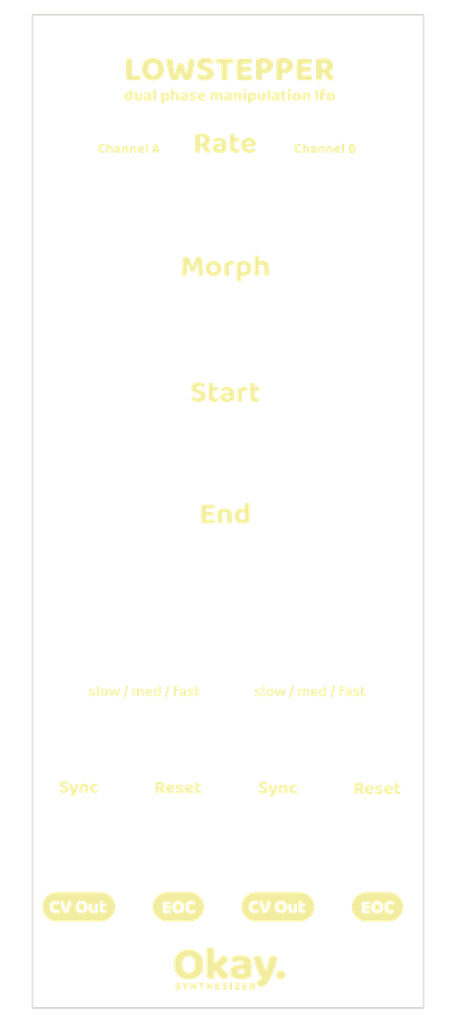
<source format=kicad_pcb>
(kicad_pcb (version 20211014) (generator pcbnew)
  (layers (0 "F.Cu" signal) (1 "In1.Cu" signal) (2 "In2.Cu" power) (31 "B.Cu" signal) (34 "B.Paste" user) (35 "F.Paste" user) (36 "B.SilkS" user "B.Silkscreen") (37 "F.SilkS" user "F.Silkscreen") (38 "B.Mask" user) (39 "F.Mask" user) (44 "Edge.Cuts" user))
  (net 0 "")
  (footprint "lowstepper_internal_footprint_lib:MountingHole_THONK_JACK" (layer "F.Cu") (at 159.8168 322.116)
    (fp_text reference "REF**")
    (fp_text value "MountingHole_THONK_JACK")
    (pad "" np_thru_hole circle locked (at 0 0) (size 6.2 6.2) (drill 6.2) (layers F&B.Cu *.Mask))
  )
  (footprint "PANELGRAPHICS:lowstepper eoc" (layer "F.Cu") (at 184.223837 364.695427)
    (fp_text reference "G***" hide)
    (fp_text value "LOGO" hide)
  )
  (footprint "lowstepper_internal_footprint_lib:MountingHole_THONK_JACK" (layer "F.Cu") (at 170.3832 306.2918)
    (fp_text reference "REF**")
    (fp_text value "MountingHole_THONK_JACK")
    (pad "" np_thru_hole circle locked (at 0 0) (size 6.2 6.2) (drill 6.2) (layers F&B.Cu *.Mask))
  )
  (footprint "MountingHole:MountingHole_3.2mm_M3" (layer "F.Cu") (at 145.4928 253.31)
    (fp_text reference "REF**")
    (fp_text value "MountingHole_3.2mm_M3")
    (pad "" np_thru_hole oval locked (at 0 0) (size 8 3.3) (drill oval 8 3.3) (layers F&B.Cu *.Mask))
  )
  (footprint "PANELGRAPHICS:lowstepper cv out" (layer "F.Cu") (at 145.694913 364.853333)
    (fp_text reference "G***" hide)
    (fp_text value "LOGO" hide)
  )
  (footprint "lowstepper_internal_footprint_lib:MountingHole_ALPHAPOT" (layer "F.Cu") (at 182.88 275.507)
    (fp_text reference "REF**")
    (fp_text value "MountingHole_ALPHAPOT")
    (pad "" np_thru_hole circle locked (at 0 0) (size 7.2 7.2) (drill 7.2) (layers F&B.Cu *.Mask))
  )
  (footprint "PANELGRAPHICS:lowstepper reset" (layer "F.Cu") (at 184.175504 349.978759)
    (fp_text reference "G***" hide)
    (fp_text value "LOGO" hide)
  )
  (footprint "lowstepper_internal_footprint_lib:MountingHole_ALPHAPOT" (layer "F.Cu") (at 182.88 323.005)
    (fp_text reference "REF**")
    (fp_text value "MountingHole_ALPHAPOT")
    (pad "" np_thru_hole circle locked (at 0 0) (size 7.2 7.2) (drill 7.2) (layers F&B.Cu *.Mask))
  )
  (footprint "PANELGRAPHICS:lowstepper logo" (layer "F.Cu") (at 165.6 258.623413)
    (fp_text reference "G***" hide)
    (fp_text value "LOGO" hide)
  )
  (footprint "lowstepper_internal_footprint_lib:MountingHole_THONK_JACK" (layer "F.Cu") (at 184.5056 357.6506)
    (fp_text reference "EOC" hide)
    (fp_text value "MountingHole_THONK_JACK")
    (pad "" np_thru_hole circle locked (at 0 0) (size 6.2 6.2) (drill 6.2) (layers F&B.Cu *.Mask))
  )
  (footprint "lowstepper_internal_footprint_lib:MountingHole_THONK_JACK" (layer "F.Cu") (at 159.8422 274.618)
    (fp_text reference "REF**")
    (fp_text value "MountingHole_THONK_JACK")
    (pad "" np_thru_hole circle locked (at 0 0) (size 6.2 6.2) (drill 6.2) (layers F&B.Cu *.Mask))
  )
  (footprint "lowstepper_internal_footprint_lib:MountingHole_THONK_JACK" (layer "F.Cu") (at 158.8008 357.6506)
    (fp_text reference "END OF CYCLE" hide)
    (fp_text value "MountingHole_THONK_JACK")
    (pad "" np_thru_hole circle locked (at 0 0) (size 6.2 6.2) (drill 6.2) (layers F&B.Cu *.Mask))
  )
  (footprint "PANELGRAPHICS:lowstepper reset" (layer "F.Cu") (at 158.445304 349.878759)
    (fp_text reference "G***" hide)
    (fp_text value "LOGO" hide)
  )
  (footprint "MountingHole:MountingHole_3.2mm_M3" (layer "F.Cu") (at 145.5928 375.4814)
    (fp_text reference "REF**")
    (fp_text value "MountingHole_3.2mm_M3")
    (pad "" np_thru_hole oval locked (at 0 0) (size 8 3.3) (drill oval 8 3.3) (layers F&B.Cu *.Mask))
  )
  (footprint "lowstepper_internal_footprint_lib:MountingHole_ALPHAPOT" (layer "F.Cu") (at 147.32 291.262)
    (fp_text reference "REF**")
    (fp_text value "MountingHole_ALPHAPOT")
    (pad "" np_thru_hole circle locked (at 0 0) (size 7.2 7.2) (drill 7.2) (layers F&B.Cu *.Mask))
  )
  (footprint "PANELGRAPHICS:lowstepper switchlabel" (layer "F.Cu") (at 176.013946 337.185)
    (fp_text reference "G***" hide)
    (fp_text value "LOGO" hide)
  )
  (footprint "PANELGRAPHICS:lowstepper eoc" (layer "F.Cu") (at 158.519037 364.695427)
    (fp_text reference "G***" hide)
    (fp_text value "LOGO" hide)
  )
  (footprint "MountingHole:MountingHole_5mm" (layer "F.Cu") (at 175.8 332.53)
    (fp_text reference " " (at 0 5.4356) (layer "F.SilkS"))
    (fp_text value "MountingHole_5mm")
    (pad "" np_thru_hole circle locked (at 0 0) (size 5 5) (drill 6) (layers F&B.Cu *.Mask))
  )
  (footprint "lowstepper_internal_footprint_lib:MountingHole_THONK_JACK" (layer "F.Cu") (at 170.3832 274.5926)
    (fp_text reference "REF**")
    (fp_text value "MountingHole_THONK_JACK")
    (pad "" np_thru_hole circle locked (at 0 0) (size 6.2 6.2) (drill 6.2) (layers F&B.Cu *.Mask))
  )
  (footprint "lowstepper_internal_footprint_lib:MountingHole_ALPHAPOT" (layer "F.Cu") (at 182.88 307.13)
    (fp_text reference "REF**")
    (fp_text value "MountingHole_ALPHAPOT")
    (pad "" np_thru_hole circle locked (at 0 0) (size 7.2 7.2) (drill 7.2) (layers F&B.Cu *.Mask))
  )
  (footprint "PANELGRAPHICS:lowstepper start" (layer "F.Cu") (at 165.401306 298.9)
    (fp_text reference "G***" hide)
    (fp_text value "LOGO" hide)
  )
  (footprint "lowstepper_internal_footprint_lib:MountingHole_THONK_JACK" (layer "F.Cu") (at 159.8168 290.4422)
    (fp_text reference "REF**")
    (fp_text value "MountingHole_THONK_JACK")
    (pad "" np_thru_hole circle locked (at 0 0) (size 6.2 6.2) (drill 6.2) (layers F&B.Cu *.Mask))
  )
  (footprint "lowstepper_internal_footprint_lib:MountingHole_THONK_JACK" (layer "F.Cu") (at 145.923 343.579)
    (fp_text reference "SYNC" hide)
    (fp_text value "MountingHole_THONK_JACK")
    (pad "" np_thru_hole circle locked (at 0 0) (size 6.2 6.2) (drill 6.2) (layers F&B.Cu *.Mask))
  )
  (footprint "lowstepper_internal_footprint_lib:MountingHole_THONK_JACK" (layer "F.Cu") (at 184.5056 343.579)
    (fp_text reference "RESET" hide)
    (fp_text value "MountingHole_THONK_JACK")
    (pad "" np_thru_hole circle locked (at 0 0) (size 6.2 6.2) (drill 6.2) (layers F&B.Cu *.Mask))
  )
  (footprint "lowstepper_internal_footprint_lib:MountingHole_THONK_JACK" (layer "F.Cu") (at 170.3832 322.116)
    (fp_text reference "REF**")
    (fp_text value "MountingHole_THONK_JACK")
    (pad "" np_thru_hole circle locked (at 0 0) (size 6.2 6.2) (drill 6.2) (layers F&B.Cu *.Mask))
  )
  (footprint "lowstepper_internal_footprint_lib:MountingHole_THONK_JACK" (layer "F.Cu") (at 158.7754 343.579)
    (fp_text reference "RESET" hide)
    (fp_text value "MountingHole_THONK_JACK")
    (pad "" np_thru_hole circle locked (at 0 0) (size 6.2 6.2) (drill 6.2) (layers F&B.Cu *.Mask))
  )
  (footprint "MountingHole:MountingHole_5mm" (layer "F.Cu") (at 154.4 332.53)
    (fp_text reference " " (at 0 5.4356) (layer "F.SilkS"))
    (fp_text value "MountingHole_5mm")
    (pad "" np_thru_hole circle locked (at 0 0) (size 5 5) (drill 6) (layers F&B.Cu *.Mask))
  )
  (footprint "PANELGRAPHICS:lowstepper switchlabel" (layer "F.Cu") (at 154.613946 337.185)
    (fp_text reference "G***" hide)
    (fp_text value "LOGO" hide)
  )
  (footprint "PANELGRAPHICS:lowstepper channel A" (layer "F.Cu") (at 152.4 267.46127)
    (fp_text reference "G***" hide)
    (fp_text value "LOGO" hide)
  )
  (footprint "lowstepper_internal_footprint_lib:MountingHole_THONK_JACK" (layer "F.Cu") (at 159.813333 306.2664)
    (fp_text reference "REF**")
    (fp_text value "MountingHole_THONK_JACK")
    (pad "" np_thru_hole circle locked (at 0 0) (size 6.2 6.2) (drill 6.2) (layers F&B.Cu *.Mask))
  )
  (footprint "PANELGRAPHICS:lowstepper morph" (layer "F.Cu") (at 164.568432 282.3)
    (fp_text reference "G***" hide)
    (fp_text value "LOGO" hide)
  )
  (footprint "PANELGRAPHICS:lowstepper front okay logo" (layer "F.Cu") (at 165.4 373.4)
    (fp_text reference "G***" hide)
    (fp_text value "LOGO" hide)
  )
  (footprint "lowstepper_internal_footprint_lib:MountingHole_THONK_JACK" (layer "F.Cu") (at 145.923 357.6506)
    (fp_text reference "CV OUT" hide)
    (fp_text value "MountingHole_THONK_JACK")
    (pad "" np_thru_hole circle locked (at 0 0) (size 6.2 6.2) (drill 6.2) (layers F&B.Cu *.Mask))
  )
  (footprint "lowstepper_internal_footprint_lib:MountingHole_ALPHAPOT" (layer "F.Cu") (at 182.88 291.255)
    (fp_text reference "REF**")
    (fp_text value "MountingHole_ALPHAPOT")
    (pad "" np_thru_hole circle locked (at 0 0) (size 7.2 7.2) (drill 7.2) (layers F&B.Cu *.Mask))
  )
  (footprint "MountingHole:MountingHole_3.2mm_M3" (layer "F.Cu") (at 184.869 253.31)
    (fp_text reference "REF**")
    (fp_text value "MountingHole_3.2mm_M3")
    (pad "" np_thru_hole oval locked (at 0 0) (size 8 3.3) (drill oval 8 3.3) (layers F&B.Cu *.Mask))
  )
  (footprint "MountingHole:MountingHole_5mm" (layer "F.Cu") (at 185.35 332.53)
    (fp_text reference "SLOW / FAST / ADSR" hide)
    (fp_text value "MountingHole_5mm")
    (pad "" np_thru_hole circle locked (at 0 0) (size 5 5) (drill 5) (layers *.Cu *.Mask))
  )
  (footprint "lowstepper_internal_footprint_lib:MountingHole_ALPHAPOT" (layer "F.Cu") (at 147.32 323.012)
    (fp_text reference "REF**")
    (fp_text value "MountingHole_ALPHAPOT")
    (pad "" np_thru_hole circle locked (at 0 0) (size 7.2 7.2) (drill 7.2) (layers F&B.Cu *.Mask))
  )
  (footprint "lowstepper_internal_footprint_lib:MountingHole_THONK_JACK" (layer "F.Cu") (at 171.6532 343.579)
    (fp_text reference "SYNC" hide)
    (fp_text value "MountingHole_THONK_JACK")
    (pad "" np_thru_hole circle locked (at 0 0) (size 6.2 6.2) (drill 6.2) (layers F&B.Cu *.Mask))
  )
  (footprint "PANELGRAPHICS:lowstepper cv out" (layer "F.Cu") (at 171.425113 364.853333)
    (fp_text reference "G***" hide)
    (fp_text value "LOGO" hide)
  )
  (footprint "PANELGRAPHICS:lowstepper sync" (layer "F.Cu") (at 145.922363 349.8)
    (fp_text reference "G***" hide)
    (fp_text value "LOGO" hide)
  )
  (footprint "PANELGRAPHICS:lowstepper rate" (layer "F.Cu") (at 165.105852 266.396511)
    (fp_text reference "G***" hide)
    (fp_text value "LOGO" hide)
  )
  (footprint "PANELGRAPHICS:lowstepper end" (layer "F.Cu") (at 164.9 314.6)
    (fp_text reference "G***" hide)
    (fp_text value "LOGO" hide)
  )
  (footprint "PANELGRAPHICS:lowstepper channel B" (layer "F.Cu") (at 177.8 267.462)
    (fp_text reference "G***" hide)
    (fp_text value "LOGO" hide)
  )
  (footprint "lowstepper_internal_footprint_lib:MountingHole_THONK_JACK" (layer "F.Cu") (at 170.3832 290.4422)
    (fp_text reference "REF**")
    (fp_text value "MountingHole_THONK_JACK")
    (pad "" np_thru_hole circle locked (at 0 0) (size 6.2 6.2) (drill 6.2) (layers F&B.Cu *.Mask))
  )
  (footprint "lowstepper_internal_footprint_lib:MountingHole_THONK_JACK" (layer "F.Cu") (at 171.6532 357.6506)
    (fp_text reference "CV OUT" hide)
    (fp_text value "MountingHole_THONK_JACK")
    (pad "" np_thru_hole circle locked (at 0 0) (size 6.2 6.2) (drill 6.2) (layers F&B.Cu *.Mask))
  )
  (footprint "MountingHole:MountingHole_5mm" (layer "F.Cu") (at 145.1 332.5)
    (fp_text reference "SLOW / FAST / ADSR" hide)
    (fp_text value "MountingHole_5mm")
    (pad "" np_thru_hole circle locked (at 0 0) (size 5 5) (drill 5) (layers *.Cu *.Mask))
  )
  (footprint "lowstepper_internal_footprint_lib:MountingHole_ALPHAPOT" (layer "F.Cu") (at 147.32 275.514)
    (fp_text reference "REF**")
    (fp_text value "MountingHole_ALPHAPOT")
    (pad "" np_thru_hole circle locked (at 0 0) (size 7.2 7.2) (drill 7.2) (layers F&B.Cu *.Mask))
  )
  (footprint "MountingHole:MountingHole_3.2mm_M3" (layer "F.Cu") (at 184.969 375.4814)
    (fp_text reference "REF**")
    (fp_text value "MountingHole_3.2mm_M3")
    (pad "" np_thru_hole oval locked (at 0 0) (size 8 3.3) (drill oval 8 3.3) (layers F&B.Cu *.Mask))
  )
  (footprint "lowstepper_internal_footprint_lib:MountingHole_ALPHAPOT" (layer "F.Cu") (at 147.32 307.137)
    (fp_text reference "REF**")
    (fp_text value "MountingHole_ALPHAPOT")
    (pad "" np_thru_hole circle locked (at 0 0) (size 7.2 7.2) (drill 7.2) (layers F&B.Cu *.Mask))
  )
  (footprint "PANELGRAPHICS:lowstepper sync" (layer "F.Cu") (at 171.652563 349.9)
    (fp_text reference "G***" hide)
    (fp_text value "LOGO" hide)
  )
  (gr_rect locked (start 139.954 250.16) (end 190.454 378.46) (layer "Edge.Cuts") (width 0.2) (fill none))
)
</source>
